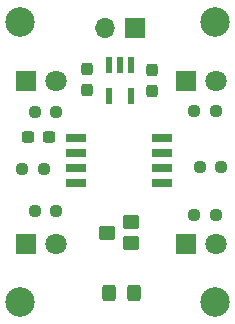
<source format=gbr>
G04 #@! TF.GenerationSoftware,KiCad,Pcbnew,8.0.1*
G04 #@! TF.CreationDate,2025-02-25T23:45:37-07:00*
G04 #@! TF.ProjectId,ColorSensing,436f6c6f-7253-4656-9e73-696e672e6b69,rev?*
G04 #@! TF.SameCoordinates,Original*
G04 #@! TF.FileFunction,Soldermask,Bot*
G04 #@! TF.FilePolarity,Negative*
%FSLAX46Y46*%
G04 Gerber Fmt 4.6, Leading zero omitted, Abs format (unit mm)*
G04 Created by KiCad (PCBNEW 8.0.1) date 2025-02-25 23:45:37*
%MOMM*%
%LPD*%
G01*
G04 APERTURE LIST*
G04 Aperture macros list*
%AMRoundRect*
0 Rectangle with rounded corners*
0 $1 Rounding radius*
0 $2 $3 $4 $5 $6 $7 $8 $9 X,Y pos of 4 corners*
0 Add a 4 corners polygon primitive as box body*
4,1,4,$2,$3,$4,$5,$6,$7,$8,$9,$2,$3,0*
0 Add four circle primitives for the rounded corners*
1,1,$1+$1,$2,$3*
1,1,$1+$1,$4,$5*
1,1,$1+$1,$6,$7*
1,1,$1+$1,$8,$9*
0 Add four rect primitives between the rounded corners*
20,1,$1+$1,$2,$3,$4,$5,0*
20,1,$1+$1,$4,$5,$6,$7,0*
20,1,$1+$1,$6,$7,$8,$9,0*
20,1,$1+$1,$8,$9,$2,$3,0*%
G04 Aperture macros list end*
%ADD10RoundRect,0.237500X0.300000X0.237500X-0.300000X0.237500X-0.300000X-0.237500X0.300000X-0.237500X0*%
%ADD11C,2.500000*%
%ADD12R,1.800000X1.800000*%
%ADD13C,1.800000*%
%ADD14R,0.508000X1.320800*%
%ADD15RoundRect,0.237500X0.237500X-0.300000X0.237500X0.300000X-0.237500X0.300000X-0.237500X-0.300000X0*%
%ADD16RoundRect,0.237500X-0.237500X0.300000X-0.237500X-0.300000X0.237500X-0.300000X0.237500X0.300000X0*%
%ADD17RoundRect,0.237500X0.250000X0.237500X-0.250000X0.237500X-0.250000X-0.237500X0.250000X-0.237500X0*%
%ADD18RoundRect,0.250000X0.325000X0.450000X-0.325000X0.450000X-0.325000X-0.450000X0.325000X-0.450000X0*%
%ADD19RoundRect,0.237500X-0.250000X-0.237500X0.250000X-0.237500X0.250000X0.237500X-0.250000X0.237500X0*%
%ADD20RoundRect,0.102000X-0.571500X0.508000X-0.571500X-0.508000X0.571500X-0.508000X0.571500X0.508000X0*%
%ADD21R,1.700000X0.650000*%
%ADD22R,1.700000X1.700000*%
%ADD23O,1.700000X1.700000*%
G04 APERTURE END LIST*
D10*
X120895000Y-79700000D03*
X119170000Y-79700000D03*
D11*
X135000000Y-93640000D03*
D12*
X132500000Y-88780000D03*
D13*
X135040000Y-88780000D03*
D11*
X118500000Y-70000000D03*
D12*
X119000000Y-75000000D03*
D13*
X121540000Y-75000000D03*
D12*
X119000000Y-88780000D03*
D13*
X121540000Y-88780000D03*
D11*
X118500000Y-93640000D03*
X135000000Y-70000000D03*
D12*
X132500000Y-75000000D03*
D13*
X135040000Y-75000000D03*
D14*
X125969999Y-73630000D03*
X126920000Y-73630000D03*
X127870001Y-73630000D03*
X127870001Y-76220800D03*
X125969999Y-76220800D03*
D15*
X124160000Y-75720000D03*
X124160000Y-73995000D03*
D16*
X129650000Y-74055000D03*
X129650000Y-75780000D03*
D17*
X135040000Y-77540000D03*
X133215000Y-77540000D03*
X121530000Y-77610000D03*
X119705000Y-77610000D03*
X121550000Y-86010000D03*
X119725000Y-86010000D03*
X120490000Y-82380000D03*
X118665000Y-82380000D03*
D18*
X128090000Y-92880000D03*
X126040000Y-92880000D03*
D19*
X133670000Y-82270000D03*
X135495000Y-82270000D03*
D20*
X127846000Y-86935000D03*
X127846000Y-88713000D03*
X125814000Y-87824000D03*
D17*
X135045000Y-86310000D03*
X133220000Y-86310000D03*
D21*
X130490000Y-79780000D03*
X130490000Y-81050000D03*
X130490000Y-82320000D03*
X130490000Y-83590000D03*
X123190000Y-83590000D03*
X123190000Y-82320000D03*
X123190000Y-81050000D03*
X123190000Y-79780000D03*
D22*
X128215000Y-70500000D03*
D23*
X125675000Y-70500000D03*
M02*

</source>
